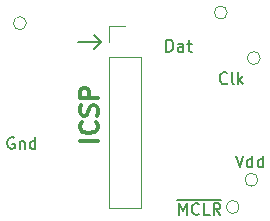
<source format=gbr>
%TF.GenerationSoftware,KiCad,Pcbnew,8.0.5*%
%TF.CreationDate,2024-11-24T16:22:37-07:00*%
%TF.ProjectId,ProgrammingBed,50726f67-7261-46d6-9d69-6e674265642e,rev?*%
%TF.SameCoordinates,Original*%
%TF.FileFunction,Legend,Top*%
%TF.FilePolarity,Positive*%
%FSLAX46Y46*%
G04 Gerber Fmt 4.6, Leading zero omitted, Abs format (unit mm)*
G04 Created by KiCad (PCBNEW 8.0.5) date 2024-11-24 16:22:37*
%MOMM*%
%LPD*%
G01*
G04 APERTURE LIST*
%ADD10C,0.150000*%
%ADD11C,0.300000*%
%ADD12C,0.120000*%
G04 APERTURE END LIST*
D10*
X-2000000Y6350000D02*
X-2600000Y6950000D01*
X-2600000Y6950000D02*
X-2000000Y6350000D01*
X-4000000Y6350000D02*
X-2000000Y6350000D01*
X-2000000Y6350000D02*
X-2600000Y5750000D01*
X4551905Y-8274819D02*
X4551905Y-7274819D01*
X4551905Y-7274819D02*
X4885238Y-7989104D01*
X4885238Y-7989104D02*
X5218571Y-7274819D01*
X5218571Y-7274819D02*
X5218571Y-8274819D01*
X6266190Y-8179580D02*
X6218571Y-8227200D01*
X6218571Y-8227200D02*
X6075714Y-8274819D01*
X6075714Y-8274819D02*
X5980476Y-8274819D01*
X5980476Y-8274819D02*
X5837619Y-8227200D01*
X5837619Y-8227200D02*
X5742381Y-8131961D01*
X5742381Y-8131961D02*
X5694762Y-8036723D01*
X5694762Y-8036723D02*
X5647143Y-7846247D01*
X5647143Y-7846247D02*
X5647143Y-7703390D01*
X5647143Y-7703390D02*
X5694762Y-7512914D01*
X5694762Y-7512914D02*
X5742381Y-7417676D01*
X5742381Y-7417676D02*
X5837619Y-7322438D01*
X5837619Y-7322438D02*
X5980476Y-7274819D01*
X5980476Y-7274819D02*
X6075714Y-7274819D01*
X6075714Y-7274819D02*
X6218571Y-7322438D01*
X6218571Y-7322438D02*
X6266190Y-7370057D01*
X7170952Y-8274819D02*
X6694762Y-8274819D01*
X6694762Y-8274819D02*
X6694762Y-7274819D01*
X8075714Y-8274819D02*
X7742381Y-7798628D01*
X7504286Y-8274819D02*
X7504286Y-7274819D01*
X7504286Y-7274819D02*
X7885238Y-7274819D01*
X7885238Y-7274819D02*
X7980476Y-7322438D01*
X7980476Y-7322438D02*
X8028095Y-7370057D01*
X8028095Y-7370057D02*
X8075714Y-7465295D01*
X8075714Y-7465295D02*
X8075714Y-7608152D01*
X8075714Y-7608152D02*
X8028095Y-7703390D01*
X8028095Y-7703390D02*
X7980476Y-7751009D01*
X7980476Y-7751009D02*
X7885238Y-7798628D01*
X7885238Y-7798628D02*
X7504286Y-7798628D01*
X4413810Y-6997200D02*
X8166191Y-6997200D01*
X-9392857Y-1752438D02*
X-9488095Y-1704819D01*
X-9488095Y-1704819D02*
X-9630952Y-1704819D01*
X-9630952Y-1704819D02*
X-9773809Y-1752438D01*
X-9773809Y-1752438D02*
X-9869047Y-1847676D01*
X-9869047Y-1847676D02*
X-9916666Y-1942914D01*
X-9916666Y-1942914D02*
X-9964285Y-2133390D01*
X-9964285Y-2133390D02*
X-9964285Y-2276247D01*
X-9964285Y-2276247D02*
X-9916666Y-2466723D01*
X-9916666Y-2466723D02*
X-9869047Y-2561961D01*
X-9869047Y-2561961D02*
X-9773809Y-2657200D01*
X-9773809Y-2657200D02*
X-9630952Y-2704819D01*
X-9630952Y-2704819D02*
X-9535714Y-2704819D01*
X-9535714Y-2704819D02*
X-9392857Y-2657200D01*
X-9392857Y-2657200D02*
X-9345238Y-2609580D01*
X-9345238Y-2609580D02*
X-9345238Y-2276247D01*
X-9345238Y-2276247D02*
X-9535714Y-2276247D01*
X-8916666Y-2038152D02*
X-8916666Y-2704819D01*
X-8916666Y-2133390D02*
X-8869047Y-2085771D01*
X-8869047Y-2085771D02*
X-8773809Y-2038152D01*
X-8773809Y-2038152D02*
X-8630952Y-2038152D01*
X-8630952Y-2038152D02*
X-8535714Y-2085771D01*
X-8535714Y-2085771D02*
X-8488095Y-2181009D01*
X-8488095Y-2181009D02*
X-8488095Y-2704819D01*
X-7583333Y-2704819D02*
X-7583333Y-1704819D01*
X-7583333Y-2657200D02*
X-7678571Y-2704819D01*
X-7678571Y-2704819D02*
X-7869047Y-2704819D01*
X-7869047Y-2704819D02*
X-7964285Y-2657200D01*
X-7964285Y-2657200D02*
X-8011904Y-2609580D01*
X-8011904Y-2609580D02*
X-8059523Y-2514342D01*
X-8059523Y-2514342D02*
X-8059523Y-2228628D01*
X-8059523Y-2228628D02*
X-8011904Y-2133390D01*
X-8011904Y-2133390D02*
X-7964285Y-2085771D01*
X-7964285Y-2085771D02*
X-7869047Y-2038152D01*
X-7869047Y-2038152D02*
X-7678571Y-2038152D01*
X-7678571Y-2038152D02*
X-7583333Y-2085771D01*
X3500000Y5545180D02*
X3500000Y6545180D01*
X3500000Y6545180D02*
X3738095Y6545180D01*
X3738095Y6545180D02*
X3880952Y6497561D01*
X3880952Y6497561D02*
X3976190Y6402323D01*
X3976190Y6402323D02*
X4023809Y6307085D01*
X4023809Y6307085D02*
X4071428Y6116609D01*
X4071428Y6116609D02*
X4071428Y5973752D01*
X4071428Y5973752D02*
X4023809Y5783276D01*
X4023809Y5783276D02*
X3976190Y5688038D01*
X3976190Y5688038D02*
X3880952Y5592800D01*
X3880952Y5592800D02*
X3738095Y5545180D01*
X3738095Y5545180D02*
X3500000Y5545180D01*
X4928571Y5545180D02*
X4928571Y6068990D01*
X4928571Y6068990D02*
X4880952Y6164228D01*
X4880952Y6164228D02*
X4785714Y6211847D01*
X4785714Y6211847D02*
X4595238Y6211847D01*
X4595238Y6211847D02*
X4500000Y6164228D01*
X4928571Y5592800D02*
X4833333Y5545180D01*
X4833333Y5545180D02*
X4595238Y5545180D01*
X4595238Y5545180D02*
X4500000Y5592800D01*
X4500000Y5592800D02*
X4452381Y5688038D01*
X4452381Y5688038D02*
X4452381Y5783276D01*
X4452381Y5783276D02*
X4500000Y5878514D01*
X4500000Y5878514D02*
X4595238Y5926133D01*
X4595238Y5926133D02*
X4833333Y5926133D01*
X4833333Y5926133D02*
X4928571Y5973752D01*
X5261905Y6211847D02*
X5642857Y6211847D01*
X5404762Y6545180D02*
X5404762Y5688038D01*
X5404762Y5688038D02*
X5452381Y5592800D01*
X5452381Y5592800D02*
X5547619Y5545180D01*
X5547619Y5545180D02*
X5642857Y5545180D01*
X8642856Y2890419D02*
X8595237Y2842800D01*
X8595237Y2842800D02*
X8452380Y2795180D01*
X8452380Y2795180D02*
X8357142Y2795180D01*
X8357142Y2795180D02*
X8214285Y2842800D01*
X8214285Y2842800D02*
X8119047Y2938038D01*
X8119047Y2938038D02*
X8071428Y3033276D01*
X8071428Y3033276D02*
X8023809Y3223752D01*
X8023809Y3223752D02*
X8023809Y3366609D01*
X8023809Y3366609D02*
X8071428Y3557085D01*
X8071428Y3557085D02*
X8119047Y3652323D01*
X8119047Y3652323D02*
X8214285Y3747561D01*
X8214285Y3747561D02*
X8357142Y3795180D01*
X8357142Y3795180D02*
X8452380Y3795180D01*
X8452380Y3795180D02*
X8595237Y3747561D01*
X8595237Y3747561D02*
X8642856Y3699942D01*
X9214285Y2795180D02*
X9119047Y2842800D01*
X9119047Y2842800D02*
X9071428Y2938038D01*
X9071428Y2938038D02*
X9071428Y3795180D01*
X9595238Y2795180D02*
X9595238Y3795180D01*
X9690476Y3176133D02*
X9976190Y2795180D01*
X9976190Y3461847D02*
X9595238Y3080895D01*
X9361905Y-3254819D02*
X9695238Y-4254819D01*
X9695238Y-4254819D02*
X10028571Y-3254819D01*
X10790476Y-4254819D02*
X10790476Y-3254819D01*
X10790476Y-4207200D02*
X10695238Y-4254819D01*
X10695238Y-4254819D02*
X10504762Y-4254819D01*
X10504762Y-4254819D02*
X10409524Y-4207200D01*
X10409524Y-4207200D02*
X10361905Y-4159580D01*
X10361905Y-4159580D02*
X10314286Y-4064342D01*
X10314286Y-4064342D02*
X10314286Y-3778628D01*
X10314286Y-3778628D02*
X10361905Y-3683390D01*
X10361905Y-3683390D02*
X10409524Y-3635771D01*
X10409524Y-3635771D02*
X10504762Y-3588152D01*
X10504762Y-3588152D02*
X10695238Y-3588152D01*
X10695238Y-3588152D02*
X10790476Y-3635771D01*
X11695238Y-4254819D02*
X11695238Y-3254819D01*
X11695238Y-4207200D02*
X11600000Y-4254819D01*
X11600000Y-4254819D02*
X11409524Y-4254819D01*
X11409524Y-4254819D02*
X11314286Y-4207200D01*
X11314286Y-4207200D02*
X11266667Y-4159580D01*
X11266667Y-4159580D02*
X11219048Y-4064342D01*
X11219048Y-4064342D02*
X11219048Y-3778628D01*
X11219048Y-3778628D02*
X11266667Y-3683390D01*
X11266667Y-3683390D02*
X11314286Y-3635771D01*
X11314286Y-3635771D02*
X11409524Y-3588152D01*
X11409524Y-3588152D02*
X11600000Y-3588152D01*
X11600000Y-3588152D02*
X11695238Y-3635771D01*
D11*
X-2321671Y-2014285D02*
X-3821671Y-2014285D01*
X-2464528Y-442856D02*
X-2393100Y-514284D01*
X-2393100Y-514284D02*
X-2321671Y-728570D01*
X-2321671Y-728570D02*
X-2321671Y-871427D01*
X-2321671Y-871427D02*
X-2393100Y-1085713D01*
X-2393100Y-1085713D02*
X-2535957Y-1228570D01*
X-2535957Y-1228570D02*
X-2678814Y-1299999D01*
X-2678814Y-1299999D02*
X-2964528Y-1371427D01*
X-2964528Y-1371427D02*
X-3178814Y-1371427D01*
X-3178814Y-1371427D02*
X-3464528Y-1299999D01*
X-3464528Y-1299999D02*
X-3607385Y-1228570D01*
X-3607385Y-1228570D02*
X-3750242Y-1085713D01*
X-3750242Y-1085713D02*
X-3821671Y-871427D01*
X-3821671Y-871427D02*
X-3821671Y-728570D01*
X-3821671Y-728570D02*
X-3750242Y-514284D01*
X-3750242Y-514284D02*
X-3678814Y-442856D01*
X-2393100Y128572D02*
X-2321671Y342858D01*
X-2321671Y342858D02*
X-2321671Y700000D01*
X-2321671Y700000D02*
X-2393100Y842858D01*
X-2393100Y842858D02*
X-2464528Y914286D01*
X-2464528Y914286D02*
X-2607385Y985715D01*
X-2607385Y985715D02*
X-2750242Y985715D01*
X-2750242Y985715D02*
X-2893100Y914286D01*
X-2893100Y914286D02*
X-2964528Y842858D01*
X-2964528Y842858D02*
X-3035957Y700000D01*
X-3035957Y700000D02*
X-3107385Y414286D01*
X-3107385Y414286D02*
X-3178814Y271429D01*
X-3178814Y271429D02*
X-3250242Y200000D01*
X-3250242Y200000D02*
X-3393100Y128572D01*
X-3393100Y128572D02*
X-3535957Y128572D01*
X-3535957Y128572D02*
X-3678814Y200000D01*
X-3678814Y200000D02*
X-3750242Y271429D01*
X-3750242Y271429D02*
X-3821671Y414286D01*
X-3821671Y414286D02*
X-3821671Y771429D01*
X-3821671Y771429D02*
X-3750242Y985715D01*
X-2321671Y1628571D02*
X-3821671Y1628571D01*
X-3821671Y1628571D02*
X-3821671Y2200000D01*
X-3821671Y2200000D02*
X-3750242Y2342857D01*
X-3750242Y2342857D02*
X-3678814Y2414286D01*
X-3678814Y2414286D02*
X-3535957Y2485714D01*
X-3535957Y2485714D02*
X-3321671Y2485714D01*
X-3321671Y2485714D02*
X-3178814Y2414286D01*
X-3178814Y2414286D02*
X-3107385Y2342857D01*
X-3107385Y2342857D02*
X-3035957Y2200000D01*
X-3035957Y2200000D02*
X-3035957Y1628571D01*
D12*
%TO.C,J1*%
X1330000Y5080000D02*
X1330000Y-7680000D01*
X-1330000Y6350000D02*
X-1330000Y7680000D01*
X-1330000Y5080000D02*
X1330000Y5080000D01*
X-1330000Y5080000D02*
X-1330000Y-7680000D01*
X-1330000Y-7680000D02*
X1330000Y-7680000D01*
X-1330000Y7680000D02*
X0Y7680000D01*
%TO.C,J5*%
X8646100Y8850000D02*
G75*
G02*
X7553900Y8850000I-546100J0D01*
G01*
X7553900Y8850000D02*
G75*
G02*
X8646100Y8850000I546100J0D01*
G01*
%TO.C,J2*%
X9656100Y-7610000D02*
G75*
G02*
X8563900Y-7610000I-546100J0D01*
G01*
X8563900Y-7610000D02*
G75*
G02*
X9656100Y-7610000I546100J0D01*
G01*
%TO.C,J3*%
X11246100Y-5300000D02*
G75*
G02*
X10153900Y-5300000I-546100J0D01*
G01*
X10153900Y-5300000D02*
G75*
G02*
X11246100Y-5300000I546100J0D01*
G01*
%TO.C,J4*%
X-8353900Y7950000D02*
G75*
G02*
X-9446100Y7950000I-546100J0D01*
G01*
X-9446100Y7950000D02*
G75*
G02*
X-8353900Y7950000I546100J0D01*
G01*
%TO.C,J6*%
X11446100Y5000000D02*
G75*
G02*
X10353900Y5000000I-546100J0D01*
G01*
X10353900Y5000000D02*
G75*
G02*
X11446100Y5000000I546100J0D01*
G01*
%TD*%
M02*

</source>
